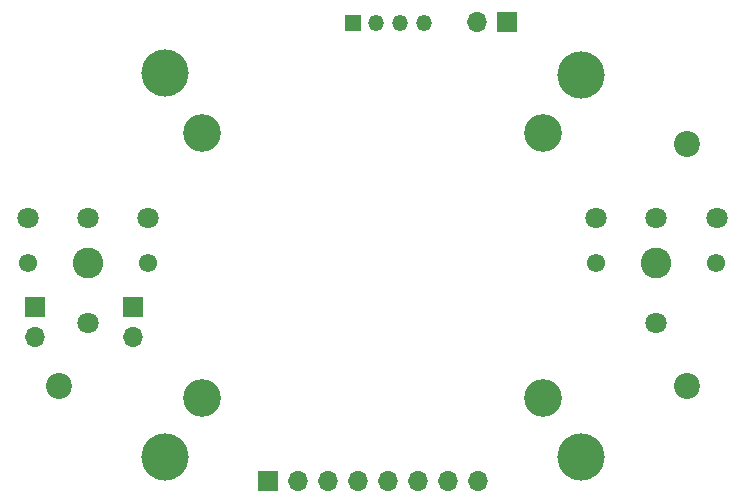
<source format=gbr>
G04 #@! TF.GenerationSoftware,KiCad,Pcbnew,5.0.0-rc2+dfsg1-3*
G04 #@! TF.CreationDate,2018-08-01T13:56:14+02:00*
G04 #@! TF.ProjectId,reform-trackball,7265666F726D2D747261636B62616C6C,rev?*
G04 #@! TF.SameCoordinates,Original*
G04 #@! TF.FileFunction,Soldermask,Bot*
G04 #@! TF.FilePolarity,Negative*
%FSLAX46Y46*%
G04 Gerber Fmt 4.6, Leading zero omitted, Abs format (unit mm)*
G04 Created by KiCad (PCBNEW 5.0.0-rc2+dfsg1-3) date Wed Aug  1 13:56:14 2018*
%MOMM*%
%LPD*%
G01*
G04 APERTURE LIST*
%ADD10C,2.200000*%
%ADD11C,3.200000*%
%ADD12C,4.000000*%
%ADD13O,1.700000X1.700000*%
%ADD14R,1.700000X1.700000*%
%ADD15O,1.350000X1.350000*%
%ADD16R,1.350000X1.350000*%
%ADD17C,2.600000*%
%ADD18C,1.550000*%
%ADD19C,1.800000*%
G04 APERTURE END LIST*
D10*
G04 #@! TO.C,MK2*
X155800000Y-102800000D03*
G04 #@! TD*
G04 #@! TO.C,MK3*
X102600000Y-123300000D03*
G04 #@! TD*
G04 #@! TO.C,MK4*
X155800000Y-123300000D03*
G04 #@! TD*
D11*
G04 #@! TO.C,MK11*
X114700000Y-124300000D03*
G04 #@! TD*
G04 #@! TO.C,MK9*
X114700000Y-101800000D03*
G04 #@! TD*
G04 #@! TO.C,MK10*
X143600000Y-101800000D03*
G04 #@! TD*
G04 #@! TO.C,MK12*
X143600000Y-124300000D03*
G04 #@! TD*
D12*
G04 #@! TO.C,MK8*
X146800000Y-129300000D03*
G04 #@! TD*
G04 #@! TO.C,MK7*
X111600000Y-129300000D03*
G04 #@! TD*
G04 #@! TO.C,MK6*
X146800000Y-96900000D03*
G04 #@! TD*
G04 #@! TO.C,MK5*
X111600000Y-96800000D03*
G04 #@! TD*
D13*
G04 #@! TO.C,J6*
X138060000Y-92400000D03*
D14*
X140600000Y-92400000D03*
G04 #@! TD*
G04 #@! TO.C,J3*
X108900000Y-116600000D03*
D13*
X108900000Y-119140000D03*
G04 #@! TD*
G04 #@! TO.C,J7*
X100600000Y-119140000D03*
D14*
X100600000Y-116600000D03*
G04 #@! TD*
D15*
G04 #@! TO.C,J1*
X133500000Y-92500000D03*
X131500000Y-92500000D03*
X129500000Y-92500000D03*
D16*
X127500000Y-92500000D03*
G04 #@! TD*
D13*
G04 #@! TO.C,J2*
X138080000Y-131300000D03*
X135540000Y-131300000D03*
X133000000Y-131300000D03*
X130460000Y-131300000D03*
X127920000Y-131300000D03*
X125380000Y-131300000D03*
X122840000Y-131300000D03*
D14*
X120300000Y-131300000D03*
G04 #@! TD*
D17*
G04 #@! TO.C,SW2*
X153200000Y-112850000D03*
D18*
X158300000Y-112850000D03*
X148100000Y-112850000D03*
D19*
X153200000Y-117956000D03*
X153200000Y-109048000D03*
X158310000Y-109048000D03*
X148140000Y-109048000D03*
G04 #@! TD*
G04 #@! TO.C,SW1*
X100040000Y-109048000D03*
X110210000Y-109048000D03*
X105100000Y-109048000D03*
X105100000Y-117956000D03*
D18*
X100000000Y-112850000D03*
X110200000Y-112850000D03*
D17*
X105100000Y-112850000D03*
G04 #@! TD*
M02*

</source>
